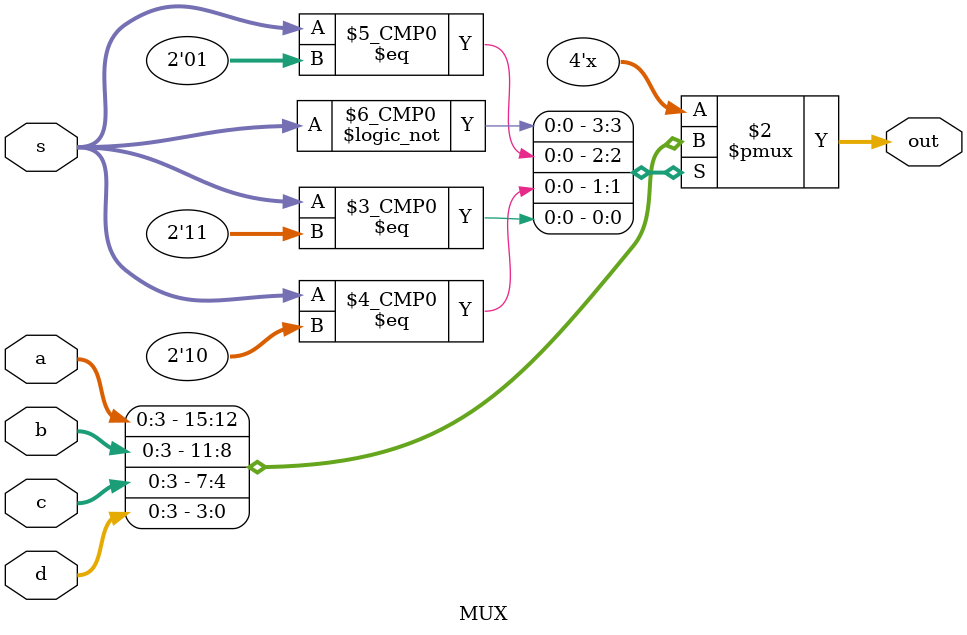
<source format=sv>
module MUX (
  input logic [0:3]a,     //1stinput
  input logic [0:3]b,     //2nd input 
  input logic [0:3]c,     //3rd input
  input logic [0:3]d,     //4rth input
  input logic [1:0]s,     //5th input which is select bit
  output logic [0:3]out); //output
  
  always @ (*) begin
    case (s)             //case on select bit
      2'b00 : out = a;   //1st case
      2'b01 : out = b;   //2nd case
      2'b10 : out = c;   //3rd case
      2'b11 : out = d;   //4rth case
    endcase
  end
endmodule
</source>
